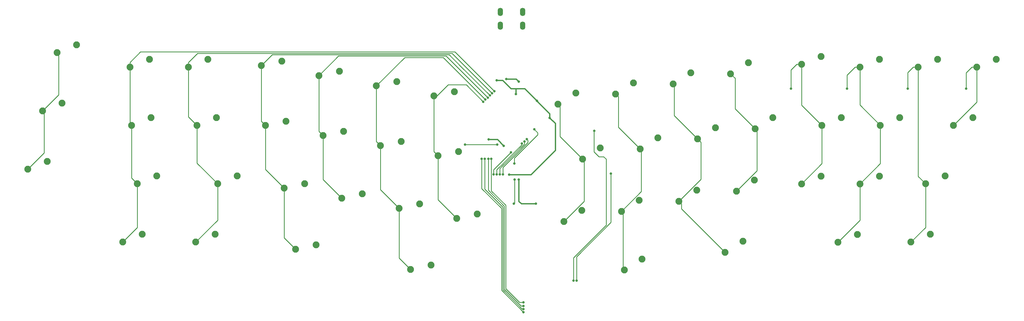
<source format=gtl>
G04 #@! TF.GenerationSoftware,KiCad,Pcbnew,(5.1.4)-1*
G04 #@! TF.CreationDate,2020-11-12T07:58:55-08:00*
G04 #@! TF.ProjectId,ariesuRev2,61726965-7375-4526-9576-322e6b696361,2*
G04 #@! TF.SameCoordinates,Original*
G04 #@! TF.FileFunction,Copper,L1,Top*
G04 #@! TF.FilePolarity,Positive*
%FSLAX46Y46*%
G04 Gerber Fmt 4.6, Leading zero omitted, Abs format (unit mm)*
G04 Created by KiCad (PCBNEW (5.1.4)-1) date 2020-11-12 07:58:55*
%MOMM*%
%LPD*%
G04 APERTURE LIST*
%ADD10C,2.250000*%
%ADD11O,1.700000X2.700000*%
%ADD12C,0.800000*%
%ADD13C,0.381000*%
%ADD14C,0.254000*%
G04 APERTURE END LIST*
D10*
X243268856Y-178335088D03*
X249081319Y-174731010D03*
X248146599Y-155551470D03*
X242334136Y-159155548D03*
X235446599Y-138447110D03*
X229634136Y-142051188D03*
X187815484Y-120027783D03*
X181120889Y-121426529D03*
X356953198Y-128555805D03*
X350603198Y-131095805D03*
X364573198Y-109485485D03*
X358223198Y-112025485D03*
X343140678Y-166660885D03*
X336790678Y-169200885D03*
X347905718Y-147600725D03*
X341555718Y-150140725D03*
X345487638Y-109485485D03*
X339137638Y-112025485D03*
X319310398Y-166671045D03*
X312960398Y-169211045D03*
X326478278Y-147615965D03*
X320128278Y-150155965D03*
X333148318Y-128545645D03*
X326798318Y-131085645D03*
X326468118Y-109490565D03*
X320118118Y-112030565D03*
X307423198Y-147615965D03*
X301073198Y-150155965D03*
X314098318Y-128550725D03*
X307748318Y-131090725D03*
X307423198Y-108540605D03*
X301073198Y-111080605D03*
X285662399Y-148934770D03*
X279849936Y-152538848D03*
X291732999Y-128523330D03*
X285920536Y-132127408D03*
X283744699Y-110583310D03*
X277932236Y-114187388D03*
X281935597Y-168933515D03*
X276123134Y-172537593D03*
X266884179Y-152246930D03*
X261071716Y-155851008D03*
X272972559Y-131827870D03*
X267160096Y-135431948D03*
X264981719Y-113895470D03*
X259169256Y-117499548D03*
X254217199Y-135134950D03*
X248404736Y-138739028D03*
X246218739Y-117205090D03*
X240406276Y-120809168D03*
X229386159Y-158856010D03*
X223573696Y-162460088D03*
X227455759Y-120509630D03*
X221643296Y-124113708D03*
X195275464Y-160025163D03*
X188580869Y-161423909D03*
X189184544Y-139608643D03*
X182489949Y-141007389D03*
X176497244Y-156715543D03*
X169802649Y-158114289D03*
X170426644Y-136300743D03*
X163732049Y-137699489D03*
X169049964Y-116718163D03*
X162355369Y-118116909D03*
X157752044Y-153413543D03*
X151057449Y-154812289D03*
X151671284Y-132999563D03*
X144976689Y-134398309D03*
X150284444Y-113408543D03*
X143589849Y-114807289D03*
X142715244Y-170101343D03*
X136020649Y-171500089D03*
X139006844Y-150111543D03*
X132312249Y-151510289D03*
X132910844Y-129689943D03*
X126216249Y-131088689D03*
X131539244Y-110081143D03*
X124844649Y-111479889D03*
X109766100Y-166662100D03*
X103416100Y-169202100D03*
X116928900Y-147612100D03*
X110578900Y-150152100D03*
X110223300Y-128562100D03*
X103873300Y-131102100D03*
X107378500Y-109512100D03*
X101028500Y-112052100D03*
X85940900Y-166662100D03*
X79590900Y-169202100D03*
X90716100Y-147612100D03*
X84366100Y-150152100D03*
X88836500Y-128562100D03*
X82486500Y-131102100D03*
X88328500Y-109512100D03*
X81978500Y-112052100D03*
X55003700Y-142845845D03*
X48653700Y-145385845D03*
X59768118Y-123790765D03*
X53418118Y-126330765D03*
X64558558Y-104745845D03*
X58208558Y-107285845D03*
X180231044Y-176730743D03*
X173536449Y-178129489D03*
D11*
X202806928Y-93953385D03*
X210106928Y-93953385D03*
X210106928Y-98453385D03*
X202806928Y-98453385D03*
D12*
X203944841Y-137708334D03*
X208838178Y-148722135D03*
X208838178Y-116763178D03*
X214394428Y-156659635D03*
X198963928Y-135672885D03*
X204787500Y-115887500D03*
X207899000Y-120777000D03*
X218915737Y-128587500D03*
X205663178Y-147134635D03*
X201612500Y-116358131D03*
X214707117Y-123013117D03*
X210343750Y-188912500D03*
X199882003Y-141986000D03*
X226684940Y-181768750D03*
X233444428Y-132847135D03*
X210343750Y-190059362D03*
X198882000Y-141986000D03*
X227684943Y-181768750D03*
X238918750Y-146843750D03*
X210343750Y-191059365D03*
X197739000Y-141986000D03*
X210343750Y-192087500D03*
X196738997Y-141986000D03*
X201803000Y-137287000D03*
X191293750Y-137318750D03*
X200826261Y-119848541D03*
X200119573Y-120556069D03*
X199410058Y-121260762D03*
X198712927Y-121977707D03*
X197938108Y-122609892D03*
X197231000Y-123317000D03*
X211409928Y-135545885D03*
X203662928Y-147102885D03*
X297642928Y-119035885D03*
X210647928Y-136307885D03*
X315930928Y-119035885D03*
X202646928Y-147102885D03*
X209819743Y-136983924D03*
X201630928Y-147102885D03*
X335742928Y-119035885D03*
X200614928Y-147102885D03*
X354792928Y-119035885D03*
X206313822Y-139847779D03*
X207416400Y-143510000D03*
X213868000Y-132334000D03*
X207472928Y-148753885D03*
X207250678Y-156659635D03*
D13*
X214394428Y-156659635D02*
X209631928Y-156659635D01*
X208838178Y-155865885D02*
X209631928Y-156659635D01*
X208838178Y-148722135D02*
X208838178Y-155865885D01*
X201909392Y-135672885D02*
X203944841Y-137708334D01*
X198963928Y-135672885D02*
X201909392Y-135672885D01*
X207962500Y-115887500D02*
X208838178Y-116763178D01*
X204787500Y-115887500D02*
X207962500Y-115887500D01*
X207899000Y-119126000D02*
X207835500Y-119062500D01*
X207899000Y-120777000D02*
X207899000Y-119126000D01*
X218915737Y-128407209D02*
X218915737Y-128587500D01*
X207835500Y-119062500D02*
X206311500Y-119062500D01*
X206311500Y-119062500D02*
X203607131Y-116358131D01*
X203607131Y-116358131D02*
X201612500Y-116358131D01*
X218915737Y-127221737D02*
X218915737Y-128587500D01*
X207835500Y-119062500D02*
X210756500Y-119062500D01*
X210756500Y-119062500D02*
X218915737Y-127221737D01*
X212806928Y-147134635D02*
X205663178Y-147134635D01*
X218915737Y-128587500D02*
X220744428Y-130416191D01*
X220744428Y-139197135D02*
X212806928Y-147134635D01*
X220744428Y-130416191D02*
X220744428Y-139197135D01*
D14*
X199882003Y-152465960D02*
X199882003Y-141986000D01*
X204562029Y-157145986D02*
X199882003Y-152465960D01*
X204562030Y-184379582D02*
X204562029Y-157145986D01*
X210343750Y-188912500D02*
X209094948Y-188912500D01*
X209094948Y-188912500D02*
X204562030Y-184379582D01*
X233362500Y-139700000D02*
X233362500Y-134472855D01*
X226684940Y-174310494D02*
X237331250Y-163664184D01*
X226684940Y-181768750D02*
X226684940Y-174310494D01*
X237331250Y-163664184D02*
X237331250Y-142081250D01*
X237331250Y-142081250D02*
X236537500Y-141287500D01*
X236537500Y-141287500D02*
X234950000Y-141287500D01*
X234950000Y-141287500D02*
X233362500Y-139700000D01*
X233362500Y-134472855D02*
X233362500Y-132929063D01*
X233362500Y-132929063D02*
X233444428Y-132847135D01*
X209599744Y-190059362D02*
X210343750Y-190059362D01*
X204108020Y-184567638D02*
X209599744Y-190059362D01*
X204108020Y-157485727D02*
X204108020Y-184567638D01*
X198882000Y-141986000D02*
X198882000Y-152259707D01*
X198882000Y-152259707D02*
X204108020Y-157485727D01*
X227684943Y-181768750D02*
X227684943Y-173952557D01*
X227684943Y-173952557D02*
X238918750Y-162718750D01*
X238918750Y-162718750D02*
X238918750Y-146843750D01*
X209957681Y-191059365D02*
X210343750Y-191059365D01*
X203654010Y-184755694D02*
X209957681Y-191059365D01*
X203654010Y-157825467D02*
X203654010Y-184755694D01*
X197739000Y-141986000D02*
X197739000Y-151910457D01*
X197739000Y-151910457D02*
X203654010Y-157825467D01*
X203200000Y-184943750D02*
X210343750Y-192087500D01*
X203200000Y-158165207D02*
X203200000Y-184943750D01*
X196738997Y-141986000D02*
X196738997Y-151704204D01*
X196738997Y-151704204D02*
X203200000Y-158165207D01*
X58674000Y-121074883D02*
X53418118Y-126330765D01*
X53975000Y-140064545D02*
X48653700Y-145385845D01*
X58674000Y-107751287D02*
X58208558Y-107285845D01*
X58674000Y-121074883D02*
X58674000Y-107751287D01*
X53975000Y-126887647D02*
X53418118Y-126330765D01*
X53975000Y-140064545D02*
X53975000Y-126887647D01*
X201771250Y-137318750D02*
X201803000Y-137287000D01*
X191293750Y-137318750D02*
X201771250Y-137318750D01*
X81978500Y-112052100D02*
X81978500Y-110461110D01*
X81978500Y-110461110D02*
X85397630Y-107041980D01*
X188019700Y-107041980D02*
X200826261Y-119848541D01*
X85397630Y-107041980D02*
X188019700Y-107041980D01*
X81978500Y-130594100D02*
X82486500Y-131102100D01*
X81978500Y-112052100D02*
X81978500Y-130594100D01*
X82486500Y-148272500D02*
X84366100Y-150152100D01*
X82486500Y-131102100D02*
X82486500Y-148272500D01*
X84366100Y-164426900D02*
X79590900Y-169202100D01*
X84366100Y-150152100D02*
X84366100Y-164426900D01*
X187059494Y-107495990D02*
X200119573Y-120556069D01*
X103993620Y-107495990D02*
X187059494Y-107495990D01*
X101028500Y-112052100D02*
X101028500Y-110461110D01*
X101028500Y-110461110D02*
X103993620Y-107495990D01*
X101028500Y-128257300D02*
X103873300Y-131102100D01*
X101028500Y-112052100D02*
X101028500Y-128257300D01*
X103873300Y-143446500D02*
X110578900Y-150152100D01*
X103873300Y-131102100D02*
X103873300Y-143446500D01*
X110578900Y-162039300D02*
X103416100Y-169202100D01*
X110578900Y-150152100D02*
X110578900Y-162039300D01*
X128374538Y-107950000D02*
X124844649Y-111479889D01*
X199410058Y-121260762D02*
X189788178Y-111638882D01*
X186099296Y-107950000D02*
X189788178Y-111638882D01*
X128374538Y-107950000D02*
X186099296Y-107950000D01*
X124844649Y-129717089D02*
X126216249Y-131088689D01*
X124844649Y-111479889D02*
X124844649Y-129717089D01*
X126216249Y-145414289D02*
X132312249Y-151510289D01*
X126216249Y-131088689D02*
X126216249Y-145414289D01*
X132312249Y-167791689D02*
X136020649Y-171500089D01*
X132312249Y-151510289D02*
X132312249Y-167791689D01*
X185139230Y-108404010D02*
X198712927Y-121977707D01*
X143589849Y-114807289D02*
X149993128Y-108404010D01*
X149993128Y-108404010D02*
X185139230Y-108404010D01*
X143589849Y-133011469D02*
X144976689Y-134398309D01*
X143589849Y-114807289D02*
X143589849Y-133011469D01*
X144976689Y-148731529D02*
X151057449Y-154812289D01*
X144976689Y-134398309D02*
X144976689Y-148731529D01*
X162355369Y-118116909D02*
X171614258Y-108858020D01*
X184186236Y-108858020D02*
X197938108Y-122609892D01*
X171614258Y-108858020D02*
X184186236Y-108858020D01*
X162355369Y-136322809D02*
X163732049Y-137699489D01*
X162355369Y-118116909D02*
X162355369Y-136322809D01*
X163732049Y-152043689D02*
X169802649Y-158114289D01*
X163732049Y-137699489D02*
X163732049Y-152043689D01*
X169802649Y-174395689D02*
X173536449Y-178129489D01*
X169802649Y-158114289D02*
X169802649Y-174395689D01*
X181120889Y-121426529D02*
X180975000Y-121572418D01*
X181120889Y-139638329D02*
X182489949Y-141007389D01*
X181120889Y-121426529D02*
X181120889Y-139638329D01*
X182489949Y-155332989D02*
X188580869Y-161423909D01*
X182489949Y-141007389D02*
X182489949Y-155332989D01*
X181120889Y-121426529D02*
X181120889Y-120876924D01*
X182158784Y-121426529D02*
X181120889Y-121426529D01*
X185819428Y-117765885D02*
X182158784Y-121426529D01*
X197231000Y-123317000D02*
X191679885Y-117765885D01*
X191679885Y-117765885D02*
X185819428Y-117765885D01*
X222250000Y-134667052D02*
X229634136Y-142051188D01*
X222250000Y-124720412D02*
X222250000Y-134667052D01*
X221643296Y-124113708D02*
X222250000Y-124720412D01*
X230187500Y-155846284D02*
X223573696Y-162460088D01*
X230187500Y-142604552D02*
X230187500Y-155846284D01*
X229634136Y-142051188D02*
X230187500Y-142604552D01*
X243681250Y-177922694D02*
X243268856Y-178335088D01*
X241300000Y-131634292D02*
X248404736Y-138739028D01*
X241300000Y-121702892D02*
X241300000Y-131634292D01*
X240406276Y-120809168D02*
X241300000Y-121702892D01*
X248797098Y-152692586D02*
X242334136Y-159155548D01*
X248797098Y-139131390D02*
X248797098Y-152692586D01*
X248404736Y-138739028D02*
X248797098Y-139131390D01*
X242887500Y-177953732D02*
X243268856Y-178335088D01*
X242887500Y-159708912D02*
X242887500Y-177953732D01*
X242334136Y-159155548D02*
X242887500Y-159708912D01*
X259561618Y-127833470D02*
X267160096Y-135431948D01*
X259561618Y-117891910D02*
X259561618Y-127833470D01*
X259169256Y-117499548D02*
X259561618Y-117891910D01*
X268287500Y-148635224D02*
X261071716Y-155851008D01*
X268287500Y-136559352D02*
X268287500Y-148635224D01*
X267160096Y-135431948D02*
X268287500Y-136559352D01*
X261937500Y-158351959D02*
X276123134Y-172537593D01*
X261937500Y-156716792D02*
X261937500Y-158351959D01*
X261071716Y-155851008D02*
X261937500Y-156716792D01*
X279400000Y-125606872D02*
X285920536Y-132127408D01*
X279400000Y-115655152D02*
X279400000Y-125606872D01*
X277932236Y-114187388D02*
X279400000Y-115655152D01*
X286543750Y-145845034D02*
X279849936Y-152538848D01*
X286543750Y-132750622D02*
X286543750Y-145845034D01*
X285920536Y-132127408D02*
X286543750Y-132750622D01*
X301073198Y-111080605D02*
X299482208Y-111080605D01*
X299482208Y-111080605D02*
X297656250Y-112906563D01*
X297656250Y-112906563D02*
X297656250Y-119022563D01*
X297656250Y-119022563D02*
X297642928Y-119035885D01*
X203662928Y-144810939D02*
X203662928Y-147102885D01*
X211809927Y-136663940D02*
X203662928Y-144810939D01*
X211409928Y-135545885D02*
X211809927Y-135945884D01*
X211809927Y-135945884D02*
X211809927Y-136663940D01*
X308483000Y-131825407D02*
X307748318Y-131090725D01*
X301073198Y-124415605D02*
X307748318Y-131090725D01*
X301073198Y-111080605D02*
X301073198Y-124415605D01*
X307748318Y-143480845D02*
X301073198Y-150155965D01*
X307748318Y-131090725D02*
X307748318Y-143480845D01*
X320118118Y-112030565D02*
X318527128Y-112030565D01*
X318527128Y-112030565D02*
X315912500Y-114645193D01*
X315912500Y-114645193D02*
X315912500Y-119017457D01*
X315912500Y-119017457D02*
X315930928Y-119035885D01*
X210647928Y-137183873D02*
X210273752Y-137558049D01*
X210647928Y-136307885D02*
X210647928Y-137183873D01*
X203269446Y-144562355D02*
X203269446Y-144575367D01*
X210273752Y-137558049D02*
X203269446Y-144562355D01*
X202646928Y-145184873D02*
X202646928Y-147102885D01*
X203269446Y-144562355D02*
X202646928Y-145184873D01*
X320118118Y-124405445D02*
X326798318Y-131085645D01*
X320118118Y-112030565D02*
X320118118Y-124405445D01*
X326798318Y-143485925D02*
X320128278Y-150155965D01*
X326798318Y-131085645D02*
X326798318Y-143485925D01*
X320128278Y-162043165D02*
X312960398Y-169211045D01*
X320128278Y-150155965D02*
X320128278Y-162043165D01*
X339137638Y-112025485D02*
X337546648Y-112025485D01*
X337546648Y-112025485D02*
X335756250Y-113815883D01*
X335756250Y-113815883D02*
X335756250Y-119022563D01*
X335756250Y-119022563D02*
X335742928Y-119035885D01*
X209819743Y-137369992D02*
X209819743Y-136983924D01*
X201630928Y-147102885D02*
X201630928Y-145558807D01*
X201630928Y-145558807D02*
X209819743Y-137369992D01*
X339137638Y-147722645D02*
X341555718Y-150140725D01*
X339137638Y-112025485D02*
X339137638Y-147722645D01*
X341555718Y-164435845D02*
X336790678Y-169200885D01*
X341555718Y-150140725D02*
X341555718Y-164435845D01*
X358223198Y-112025485D02*
X356632208Y-112025485D01*
X356632208Y-112025485D02*
X354806250Y-113851443D01*
X354806250Y-113851443D02*
X354806250Y-119022563D01*
X354806250Y-119022563D02*
X354792928Y-119035885D01*
X200614928Y-145546673D02*
X200614928Y-147102885D01*
X206313822Y-139847779D02*
X200614928Y-145546673D01*
X358223198Y-123475805D02*
X350603198Y-131095805D01*
X358223198Y-112025485D02*
X358223198Y-123475805D01*
X215011000Y-133477000D02*
X213868000Y-132334000D01*
X207416400Y-143510000D02*
X207416400Y-141699533D01*
X215011000Y-134104933D02*
X215011000Y-133477000D01*
X207416400Y-141699533D02*
X215011000Y-134104933D01*
X207472928Y-156437385D02*
X207250678Y-156659635D01*
X207472928Y-148753885D02*
X207472928Y-156437385D01*
M02*

</source>
